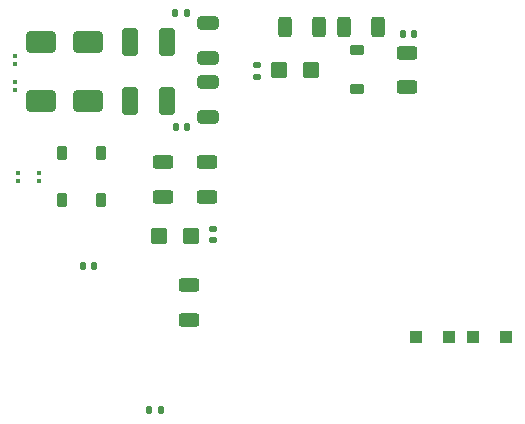
<source format=gtp>
%TF.GenerationSoftware,KiCad,Pcbnew,8.0.8*%
%TF.CreationDate,2025-01-31T21:35:32+01:00*%
%TF.ProjectId,BufferCorrente,42756666-6572-4436-9f72-72656e74652e,rev?*%
%TF.SameCoordinates,Original*%
%TF.FileFunction,Paste,Top*%
%TF.FilePolarity,Positive*%
%FSLAX46Y46*%
G04 Gerber Fmt 4.6, Leading zero omitted, Abs format (unit mm)*
G04 Created by KiCad (PCBNEW 8.0.8) date 2025-01-31 21:35:32*
%MOMM*%
%LPD*%
G01*
G04 APERTURE LIST*
G04 Aperture macros list*
%AMRoundRect*
0 Rectangle with rounded corners*
0 $1 Rounding radius*
0 $2 $3 $4 $5 $6 $7 $8 $9 X,Y pos of 4 corners*
0 Add a 4 corners polygon primitive as box body*
4,1,4,$2,$3,$4,$5,$6,$7,$8,$9,$2,$3,0*
0 Add four circle primitives for the rounded corners*
1,1,$1+$1,$2,$3*
1,1,$1+$1,$4,$5*
1,1,$1+$1,$6,$7*
1,1,$1+$1,$8,$9*
0 Add four rect primitives between the rounded corners*
20,1,$1+$1,$2,$3,$4,$5,0*
20,1,$1+$1,$4,$5,$6,$7,0*
20,1,$1+$1,$6,$7,$8,$9,0*
20,1,$1+$1,$8,$9,$2,$3,0*%
G04 Aperture macros list end*
%ADD10RoundRect,0.250000X0.625000X-0.312500X0.625000X0.312500X-0.625000X0.312500X-0.625000X-0.312500X0*%
%ADD11RoundRect,0.250000X-0.312500X-0.625000X0.312500X-0.625000X0.312500X0.625000X-0.312500X0.625000X0*%
%ADD12RoundRect,0.079500X0.100500X-0.079500X0.100500X0.079500X-0.100500X0.079500X-0.100500X-0.079500X0*%
%ADD13RoundRect,0.250000X-0.300000X-0.300000X0.300000X-0.300000X0.300000X0.300000X-0.300000X0.300000X0*%
%ADD14RoundRect,0.225000X0.375000X-0.225000X0.375000X0.225000X-0.375000X0.225000X-0.375000X-0.225000X0*%
%ADD15RoundRect,0.250000X-1.000000X-0.650000X1.000000X-0.650000X1.000000X0.650000X-1.000000X0.650000X0*%
%ADD16RoundRect,0.225000X-0.225000X-0.375000X0.225000X-0.375000X0.225000X0.375000X-0.225000X0.375000X0*%
%ADD17RoundRect,0.250000X-0.450000X-0.425000X0.450000X-0.425000X0.450000X0.425000X-0.450000X0.425000X0*%
%ADD18RoundRect,0.140000X-0.170000X0.140000X-0.170000X-0.140000X0.170000X-0.140000X0.170000X0.140000X0*%
%ADD19RoundRect,0.250000X0.650000X-0.325000X0.650000X0.325000X-0.650000X0.325000X-0.650000X-0.325000X0*%
%ADD20RoundRect,0.140000X-0.140000X-0.170000X0.140000X-0.170000X0.140000X0.170000X-0.140000X0.170000X0*%
%ADD21RoundRect,0.140000X0.170000X-0.140000X0.170000X0.140000X-0.170000X0.140000X-0.170000X-0.140000X0*%
%ADD22RoundRect,0.250000X-0.412500X-0.925000X0.412500X-0.925000X0.412500X0.925000X-0.412500X0.925000X0*%
%ADD23RoundRect,0.250000X0.412500X0.925000X-0.412500X0.925000X-0.412500X-0.925000X0.412500X-0.925000X0*%
%ADD24RoundRect,0.140000X0.140000X0.170000X-0.140000X0.170000X-0.140000X-0.170000X0.140000X-0.170000X0*%
G04 APERTURE END LIST*
D10*
%TO.C,R9*%
X145290000Y-101125000D03*
X145290000Y-98200000D03*
%TD*%
%TO.C,R8*%
X141600000Y-101125000D03*
X141600000Y-98200000D03*
%TD*%
D11*
%TO.C,R7*%
X156875000Y-86720000D03*
X159800000Y-86720000D03*
%TD*%
%TO.C,R6*%
X154800000Y-86720000D03*
X151875000Y-86720000D03*
%TD*%
D10*
%TO.C,R5*%
X143800000Y-111525000D03*
X143800000Y-108600000D03*
%TD*%
%TO.C,R4*%
X162200000Y-91845000D03*
X162200000Y-88920000D03*
%TD*%
D12*
%TO.C,R2*%
X131100000Y-99800000D03*
X131100000Y-99110000D03*
%TD*%
%TO.C,R1*%
X129300000Y-99110000D03*
X129300000Y-99800000D03*
%TD*%
D13*
%TO.C,D7*%
X163000000Y-113000000D03*
X165800000Y-113000000D03*
%TD*%
%TO.C,D6*%
X167800000Y-113000000D03*
X170600000Y-113000000D03*
%TD*%
D14*
%TO.C,D5*%
X158000000Y-92020000D03*
X158000000Y-88720000D03*
%TD*%
D15*
%TO.C,D4*%
X135200000Y-93000000D03*
X131200000Y-93000000D03*
%TD*%
%TO.C,D3*%
X135200000Y-88000000D03*
X131200000Y-88000000D03*
%TD*%
D16*
%TO.C,D2*%
X136300000Y-101400000D03*
X133000000Y-101400000D03*
%TD*%
%TO.C,D1*%
X136300000Y-97450000D03*
X133000000Y-97450000D03*
%TD*%
D17*
%TO.C,C17*%
X141250000Y-104440000D03*
X143950000Y-104440000D03*
%TD*%
D18*
%TO.C,C16*%
X145800000Y-103840000D03*
X145800000Y-104800000D03*
%TD*%
D19*
%TO.C,C15*%
X145400000Y-94350000D03*
X145400000Y-91400000D03*
%TD*%
D20*
%TO.C,C14*%
X142640000Y-95200000D03*
X143600000Y-95200000D03*
%TD*%
D17*
%TO.C,C13*%
X151400000Y-90400000D03*
X154100000Y-90400000D03*
%TD*%
D21*
%TO.C,C12*%
X149500000Y-90960000D03*
X149500000Y-90000000D03*
%TD*%
D20*
%TO.C,C11*%
X142600000Y-85600000D03*
X143560000Y-85600000D03*
%TD*%
D19*
%TO.C,C10*%
X145400000Y-89350000D03*
X145400000Y-86400000D03*
%TD*%
D20*
%TO.C,C9*%
X161840000Y-87320000D03*
X162800000Y-87320000D03*
%TD*%
D22*
%TO.C,C8*%
X138800000Y-93000000D03*
X141875000Y-93000000D03*
%TD*%
D23*
%TO.C,C7*%
X141875000Y-88000000D03*
X138800000Y-88000000D03*
%TD*%
D12*
%TO.C,C6*%
X129000000Y-92065000D03*
X129000000Y-91375000D03*
%TD*%
%TO.C,C5*%
X129000000Y-89890000D03*
X129000000Y-89200000D03*
%TD*%
D24*
%TO.C,C2*%
X141360000Y-119200000D03*
X140400000Y-119200000D03*
%TD*%
D20*
%TO.C,C1*%
X134800000Y-107000000D03*
X135760000Y-107000000D03*
%TD*%
M02*

</source>
